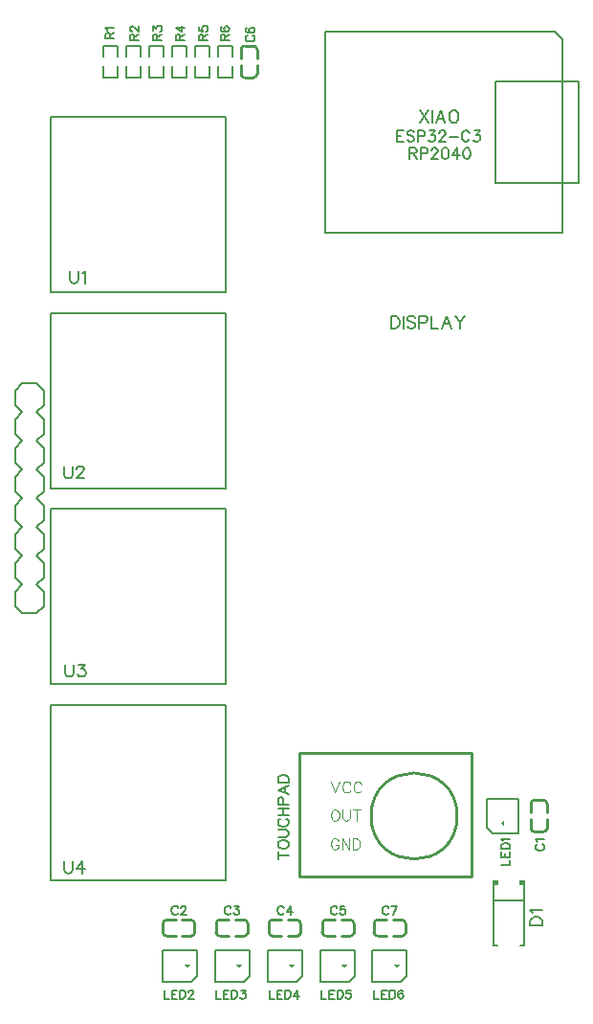
<source format=gto>
G04 Layer: TopSilkscreenLayer*
G04 EasyEDA v6.5.15, 2022-09-14 21:09:58*
G04 b6703ba792d845058589b0d9c50fe8b8,8325645c73b1497a9d20913bdd0b9c8b,10*
G04 Gerber Generator version 0.2*
G04 Scale: 100 percent, Rotated: No, Reflected: No *
G04 Dimensions in millimeters *
G04 leading zeros omitted , absolute positions ,4 integer and 5 decimal *
%FSLAX45Y45*%
%MOMM*%

%ADD10C,0.1520*%
%ADD11C,0.1524*%
%ADD12C,0.1000*%
%ADD13C,0.2032*%
%ADD14C,0.1270*%
%ADD15C,0.2540*%
%ADD16C,0.1500*%
%ADD17C,0.0128*%

%LPD*%
D10*
X3492500Y3250437D02*
G01*
X3492500Y3154934D01*
X3492500Y3250437D02*
G01*
X3551681Y3250437D01*
X3492500Y3204971D02*
G01*
X3528822Y3204971D01*
X3492500Y3154934D02*
G01*
X3551681Y3154934D01*
X3645154Y3236976D02*
G01*
X3636009Y3245865D01*
X3622547Y3250437D01*
X3604259Y3250437D01*
X3590797Y3245865D01*
X3581654Y3236976D01*
X3581654Y3227831D01*
X3586225Y3218687D01*
X3590797Y3214115D01*
X3599688Y3209544D01*
X3627120Y3200400D01*
X3636009Y3196081D01*
X3640581Y3191510D01*
X3645154Y3182365D01*
X3645154Y3168650D01*
X3636009Y3159505D01*
X3622547Y3154934D01*
X3604259Y3154934D01*
X3590797Y3159505D01*
X3581654Y3168650D01*
X3675125Y3250437D02*
G01*
X3675125Y3154934D01*
X3675125Y3250437D02*
G01*
X3716020Y3250437D01*
X3729736Y3245865D01*
X3734308Y3241294D01*
X3738879Y3232404D01*
X3738879Y3218687D01*
X3734308Y3209544D01*
X3729736Y3204971D01*
X3716020Y3200400D01*
X3675125Y3200400D01*
X3777995Y3250437D02*
G01*
X3828034Y3250437D01*
X3800602Y3214115D01*
X3814318Y3214115D01*
X3823461Y3209544D01*
X3828034Y3204971D01*
X3832606Y3191510D01*
X3832606Y3182365D01*
X3828034Y3168650D01*
X3818890Y3159505D01*
X3805174Y3154934D01*
X3791711Y3154934D01*
X3777995Y3159505D01*
X3773424Y3164078D01*
X3768852Y3173221D01*
X3867150Y3227831D02*
G01*
X3867150Y3232404D01*
X3871468Y3241294D01*
X3876040Y3245865D01*
X3885184Y3250437D01*
X3903472Y3250437D01*
X3912615Y3245865D01*
X3916934Y3241294D01*
X3921506Y3232404D01*
X3921506Y3223260D01*
X3916934Y3214115D01*
X3908043Y3200400D01*
X3862577Y3154934D01*
X3926077Y3154934D01*
X3956050Y3196081D02*
G01*
X4037838Y3196081D01*
X4136136Y3227831D02*
G01*
X4131563Y3236976D01*
X4122420Y3245865D01*
X4113529Y3250437D01*
X4095241Y3250437D01*
X4086097Y3245865D01*
X4076954Y3236976D01*
X4072381Y3227831D01*
X4068063Y3214115D01*
X4068063Y3191510D01*
X4072381Y3177794D01*
X4076954Y3168650D01*
X4086097Y3159505D01*
X4095241Y3154934D01*
X4113529Y3154934D01*
X4122420Y3159505D01*
X4131563Y3168650D01*
X4136136Y3177794D01*
X4175252Y3250437D02*
G01*
X4225290Y3250437D01*
X4197858Y3214115D01*
X4211574Y3214115D01*
X4220718Y3209544D01*
X4225290Y3204971D01*
X4229861Y3191510D01*
X4229861Y3182365D01*
X4225290Y3168650D01*
X4216145Y3159505D01*
X4202429Y3154934D01*
X4188968Y3154934D01*
X4175252Y3159505D01*
X4170679Y3164078D01*
X4166108Y3173221D01*
X3606800Y3098037D02*
G01*
X3606800Y3002534D01*
X3606800Y3098037D02*
G01*
X3647693Y3098037D01*
X3661409Y3093465D01*
X3665981Y3088894D01*
X3670554Y3080004D01*
X3670554Y3070860D01*
X3665981Y3061715D01*
X3661409Y3057144D01*
X3647693Y3052571D01*
X3606800Y3052571D01*
X3638550Y3052571D02*
G01*
X3670554Y3002534D01*
X3700525Y3098037D02*
G01*
X3700525Y3002534D01*
X3700525Y3098037D02*
G01*
X3741420Y3098037D01*
X3754881Y3093465D01*
X3759454Y3088894D01*
X3764025Y3080004D01*
X3764025Y3066287D01*
X3759454Y3057144D01*
X3754881Y3052571D01*
X3741420Y3048000D01*
X3700525Y3048000D01*
X3798570Y3075431D02*
G01*
X3798570Y3080004D01*
X3803141Y3088894D01*
X3807713Y3093465D01*
X3816858Y3098037D01*
X3834891Y3098037D01*
X3844036Y3093465D01*
X3848608Y3088894D01*
X3853179Y3080004D01*
X3853179Y3070860D01*
X3848608Y3061715D01*
X3839463Y3048000D01*
X3793997Y3002534D01*
X3857752Y3002534D01*
X3914902Y3098037D02*
G01*
X3901440Y3093465D01*
X3892295Y3080004D01*
X3887724Y3057144D01*
X3887724Y3043681D01*
X3892295Y3020821D01*
X3901440Y3007105D01*
X3914902Y3002534D01*
X3924045Y3002534D01*
X3937761Y3007105D01*
X3946906Y3020821D01*
X3951224Y3043681D01*
X3951224Y3057144D01*
X3946906Y3080004D01*
X3937761Y3093465D01*
X3924045Y3098037D01*
X3914902Y3098037D01*
X4026915Y3098037D02*
G01*
X3981450Y3034537D01*
X4049522Y3034537D01*
X4026915Y3098037D02*
G01*
X4026915Y3002534D01*
X4106925Y3098037D02*
G01*
X4093209Y3093465D01*
X4084065Y3080004D01*
X4079493Y3057144D01*
X4079493Y3043681D01*
X4084065Y3020821D01*
X4093209Y3007105D01*
X4106925Y3002534D01*
X4115815Y3002534D01*
X4129531Y3007105D01*
X4138675Y3020821D01*
X4143247Y3043681D01*
X4143247Y3057144D01*
X4138675Y3080004D01*
X4129531Y3093465D01*
X4115815Y3098037D01*
X4106925Y3098037D01*
D11*
X3441674Y1613915D02*
G01*
X3441674Y1504950D01*
X3441674Y1613915D02*
G01*
X3477996Y1613915D01*
X3493744Y1608836D01*
X3504158Y1598421D01*
X3509238Y1588007D01*
X3514318Y1572260D01*
X3514318Y1546352D01*
X3509238Y1530857D01*
X3504158Y1520444D01*
X3493744Y1510029D01*
X3477996Y1504950D01*
X3441674Y1504950D01*
X3548608Y1613915D02*
G01*
X3548608Y1504950D01*
X3655796Y1598421D02*
G01*
X3645382Y1608836D01*
X3629888Y1613915D01*
X3609060Y1613915D01*
X3593312Y1608836D01*
X3582898Y1598421D01*
X3582898Y1588007D01*
X3588232Y1577594D01*
X3593312Y1572260D01*
X3603726Y1567179D01*
X3634968Y1556765D01*
X3645382Y1551686D01*
X3650462Y1546352D01*
X3655796Y1535937D01*
X3655796Y1520444D01*
X3645382Y1510029D01*
X3629888Y1504950D01*
X3609060Y1504950D01*
X3593312Y1510029D01*
X3582898Y1520444D01*
X3690086Y1613915D02*
G01*
X3690086Y1504950D01*
X3690086Y1613915D02*
G01*
X3736822Y1613915D01*
X3752316Y1608836D01*
X3757650Y1603502D01*
X3762730Y1593087D01*
X3762730Y1577594D01*
X3757650Y1567179D01*
X3752316Y1562100D01*
X3736822Y1556765D01*
X3690086Y1556765D01*
X3797020Y1613915D02*
G01*
X3797020Y1504950D01*
X3797020Y1504950D02*
G01*
X3859504Y1504950D01*
X3935196Y1613915D02*
G01*
X3893794Y1504950D01*
X3935196Y1613915D02*
G01*
X3976852Y1504950D01*
X3909288Y1541271D02*
G01*
X3961358Y1541271D01*
X4011142Y1613915D02*
G01*
X4052798Y1562100D01*
X4052798Y1504950D01*
X4094200Y1613915D02*
G01*
X4052798Y1562100D01*
X1931855Y4051300D02*
G01*
X2008309Y4051300D01*
X1931855Y4051300D02*
G01*
X1931855Y4084065D01*
X1935411Y4094987D01*
X1939221Y4098544D01*
X1946333Y4102100D01*
X1953699Y4102100D01*
X1961065Y4098544D01*
X1964621Y4094987D01*
X1968177Y4084065D01*
X1968177Y4051300D01*
X1968177Y4076700D02*
G01*
X2008309Y4102100D01*
X1942777Y4169918D02*
G01*
X1935411Y4166107D01*
X1931855Y4155186D01*
X1931855Y4148073D01*
X1935411Y4137152D01*
X1946333Y4129786D01*
X1964621Y4126229D01*
X1982909Y4126229D01*
X1997387Y4129786D01*
X2004753Y4137152D01*
X2008309Y4148073D01*
X2008309Y4151629D01*
X2004753Y4162552D01*
X1997387Y4169918D01*
X1986465Y4173473D01*
X1982909Y4173473D01*
X1971987Y4169918D01*
X1964621Y4162552D01*
X1961065Y4151629D01*
X1961065Y4148073D01*
X1964621Y4137152D01*
X1971987Y4129786D01*
X1982909Y4126229D01*
X4672584Y-3771900D02*
G01*
X4781550Y-3771900D01*
X4672584Y-3771900D02*
G01*
X4672584Y-3735578D01*
X4677663Y-3719829D01*
X4688077Y-3709670D01*
X4698491Y-3704336D01*
X4714240Y-3699255D01*
X4740147Y-3699255D01*
X4755641Y-3704336D01*
X4766056Y-3709670D01*
X4776470Y-3719829D01*
X4781550Y-3735578D01*
X4781550Y-3771900D01*
X4693411Y-3664965D02*
G01*
X4688077Y-3654552D01*
X4672584Y-3638804D01*
X4781550Y-3638804D01*
X1740783Y4051300D02*
G01*
X1817237Y4051300D01*
X1740783Y4051300D02*
G01*
X1740783Y4084065D01*
X1744339Y4094987D01*
X1748149Y4098544D01*
X1755261Y4102100D01*
X1762627Y4102100D01*
X1769993Y4098544D01*
X1773549Y4094987D01*
X1777105Y4084065D01*
X1777105Y4051300D01*
X1777105Y4076700D02*
G01*
X1817237Y4102100D01*
X1740783Y4169918D02*
G01*
X1740783Y4133595D01*
X1773549Y4129786D01*
X1769993Y4133595D01*
X1766183Y4144263D01*
X1766183Y4155186D01*
X1769993Y4166107D01*
X1777105Y4173473D01*
X1788027Y4177029D01*
X1795393Y4177029D01*
X1806315Y4173473D01*
X1813681Y4166107D01*
X1817237Y4155186D01*
X1817237Y4144263D01*
X1813681Y4133595D01*
X1809871Y4129786D01*
X1802759Y4126229D01*
X3695700Y3430015D02*
G01*
X3768343Y3321050D01*
X3768343Y3430015D02*
G01*
X3695700Y3321050D01*
X3802634Y3430015D02*
G01*
X3802634Y3321050D01*
X3878579Y3430015D02*
G01*
X3836924Y3321050D01*
X3878579Y3430015D02*
G01*
X3920236Y3321050D01*
X3852672Y3357371D02*
G01*
X3904488Y3357371D01*
X3985513Y3430015D02*
G01*
X3975100Y3424936D01*
X3964940Y3414521D01*
X3959606Y3404107D01*
X3954525Y3388360D01*
X3954525Y3362452D01*
X3959606Y3346957D01*
X3964940Y3336544D01*
X3975100Y3326129D01*
X3985513Y3321050D01*
X4006341Y3321050D01*
X4016756Y3326129D01*
X4027170Y3336544D01*
X4032250Y3346957D01*
X4037584Y3362452D01*
X4037584Y3388360D01*
X4032250Y3404107D01*
X4027170Y3414521D01*
X4016756Y3424936D01*
X4006341Y3430015D01*
X3985513Y3430015D01*
X3420109Y-3620515D02*
G01*
X3416300Y-3613150D01*
X3409188Y-3605784D01*
X3401822Y-3602228D01*
X3387343Y-3602228D01*
X3379977Y-3605784D01*
X3372865Y-3613150D01*
X3369056Y-3620515D01*
X3365500Y-3631437D01*
X3365500Y-3649471D01*
X3369056Y-3660394D01*
X3372865Y-3667760D01*
X3379977Y-3675126D01*
X3387343Y-3678681D01*
X3401822Y-3678681D01*
X3409188Y-3675126D01*
X3416300Y-3667760D01*
X3420109Y-3660394D01*
X3495040Y-3602228D02*
G01*
X3458463Y-3678681D01*
X3443986Y-3602228D02*
G01*
X3495040Y-3602228D01*
X3289300Y-4345178D02*
G01*
X3289300Y-4421631D01*
X3289300Y-4421631D02*
G01*
X3332988Y-4421631D01*
X3356863Y-4345178D02*
G01*
X3356863Y-4421631D01*
X3356863Y-4345178D02*
G01*
X3404108Y-4345178D01*
X3356863Y-4381500D02*
G01*
X3386074Y-4381500D01*
X3356863Y-4421631D02*
G01*
X3404108Y-4421631D01*
X3428238Y-4345178D02*
G01*
X3428238Y-4421631D01*
X3428238Y-4345178D02*
G01*
X3453638Y-4345178D01*
X3464559Y-4348734D01*
X3471925Y-4356100D01*
X3475481Y-4363465D01*
X3479038Y-4374387D01*
X3479038Y-4392421D01*
X3475481Y-4403344D01*
X3471925Y-4410710D01*
X3464559Y-4418076D01*
X3453638Y-4421631D01*
X3428238Y-4421631D01*
X3546856Y-4356100D02*
G01*
X3543045Y-4348734D01*
X3532124Y-4345178D01*
X3525011Y-4345178D01*
X3514090Y-4348734D01*
X3506724Y-4359655D01*
X3503168Y-4377944D01*
X3503168Y-4396231D01*
X3506724Y-4410710D01*
X3514090Y-4418076D01*
X3525011Y-4421631D01*
X3528568Y-4421631D01*
X3539490Y-4418076D01*
X3546856Y-4410710D01*
X3550411Y-4399787D01*
X3550411Y-4396231D01*
X3546856Y-4385310D01*
X3539490Y-4377944D01*
X3528568Y-4374387D01*
X3525011Y-4374387D01*
X3514090Y-4377944D01*
X3506724Y-4385310D01*
X3503168Y-4396231D01*
X558800Y-1465834D02*
G01*
X558800Y-1543812D01*
X563879Y-1559305D01*
X574294Y-1569720D01*
X590042Y-1575054D01*
X600455Y-1575054D01*
X615950Y-1569720D01*
X626363Y-1559305D01*
X631444Y-1543812D01*
X631444Y-1465834D01*
X676147Y-1465834D02*
G01*
X733297Y-1465834D01*
X702310Y-1507489D01*
X717804Y-1507489D01*
X728218Y-1512570D01*
X733297Y-1517904D01*
X738631Y-1533397D01*
X738631Y-1543812D01*
X733297Y-1559305D01*
X722884Y-1569720D01*
X707389Y-1575054D01*
X691895Y-1575054D01*
X676147Y-1569720D01*
X671068Y-1564639D01*
X665734Y-1554226D01*
X2172715Y4093210D02*
G01*
X2165350Y4089400D01*
X2157984Y4082287D01*
X2154427Y4074921D01*
X2154427Y4060444D01*
X2157984Y4053078D01*
X2165350Y4045965D01*
X2172715Y4042155D01*
X2183638Y4038600D01*
X2201672Y4038600D01*
X2212593Y4042155D01*
X2219959Y4045965D01*
X2227325Y4053078D01*
X2230881Y4060444D01*
X2230881Y4074921D01*
X2227325Y4082287D01*
X2219959Y4089400D01*
X2212593Y4093210D01*
X2165350Y4160773D02*
G01*
X2157984Y4157218D01*
X2154427Y4146295D01*
X2154427Y4138929D01*
X2157984Y4128007D01*
X2168906Y4120895D01*
X2187193Y4117086D01*
X2205481Y4117086D01*
X2219959Y4120895D01*
X2227325Y4128007D01*
X2230881Y4138929D01*
X2230881Y4142486D01*
X2227325Y4153407D01*
X2219959Y4160773D01*
X2209038Y4164329D01*
X2205481Y4164329D01*
X2194559Y4160773D01*
X2187193Y4153407D01*
X2183638Y4142486D01*
X2183638Y4138929D01*
X2187193Y4128007D01*
X2194559Y4120895D01*
X2205481Y4117086D01*
X4738115Y-3057055D02*
G01*
X4730750Y-3060611D01*
X4723384Y-3067977D01*
X4719827Y-3075089D01*
X4719827Y-3089567D01*
X4723384Y-3096933D01*
X4730750Y-3104299D01*
X4738115Y-3107855D01*
X4749038Y-3111411D01*
X4767072Y-3111411D01*
X4777993Y-3107855D01*
X4785359Y-3104299D01*
X4792725Y-3096933D01*
X4796281Y-3089567D01*
X4796281Y-3075089D01*
X4792725Y-3067977D01*
X4785359Y-3060611D01*
X4777993Y-3057055D01*
X4734306Y-3032925D02*
G01*
X4730750Y-3025559D01*
X4719827Y-3014891D01*
X4796281Y-3014891D01*
X1553171Y-3620515D02*
G01*
X1549615Y-3613150D01*
X1542249Y-3605784D01*
X1534883Y-3602228D01*
X1520405Y-3602228D01*
X1513039Y-3605784D01*
X1505927Y-3613150D01*
X1502117Y-3620515D01*
X1498561Y-3631437D01*
X1498561Y-3649471D01*
X1502117Y-3660394D01*
X1505927Y-3667760D01*
X1513039Y-3675126D01*
X1520405Y-3678681D01*
X1534883Y-3678681D01*
X1542249Y-3675126D01*
X1549615Y-3667760D01*
X1553171Y-3660394D01*
X1580857Y-3620515D02*
G01*
X1580857Y-3616705D01*
X1584413Y-3609594D01*
X1587969Y-3605784D01*
X1595335Y-3602228D01*
X1609813Y-3602228D01*
X1617179Y-3605784D01*
X1620735Y-3609594D01*
X1624291Y-3616705D01*
X1624291Y-3624071D01*
X1620735Y-3631437D01*
X1613623Y-3642360D01*
X1577047Y-3678681D01*
X1628101Y-3678681D01*
X2022944Y-3620515D02*
G01*
X2019388Y-3613150D01*
X2012022Y-3605784D01*
X2004910Y-3602228D01*
X1990432Y-3602228D01*
X1983066Y-3605784D01*
X1975700Y-3613150D01*
X1972144Y-3620515D01*
X1968588Y-3631437D01*
X1968588Y-3649471D01*
X1972144Y-3660394D01*
X1975700Y-3667760D01*
X1983066Y-3675126D01*
X1990432Y-3678681D01*
X2004910Y-3678681D01*
X2012022Y-3675126D01*
X2019388Y-3667760D01*
X2022944Y-3660394D01*
X2054440Y-3602228D02*
G01*
X2094318Y-3602228D01*
X2072474Y-3631437D01*
X2083396Y-3631437D01*
X2090762Y-3634994D01*
X2094318Y-3638550D01*
X2097874Y-3649471D01*
X2097874Y-3656837D01*
X2094318Y-3667760D01*
X2086952Y-3675126D01*
X2076030Y-3678681D01*
X2065108Y-3678681D01*
X2054440Y-3675126D01*
X2050630Y-3671315D01*
X2047074Y-3664204D01*
X2491066Y-3620515D02*
G01*
X2487510Y-3613150D01*
X2480144Y-3605784D01*
X2472778Y-3602228D01*
X2458300Y-3602228D01*
X2450934Y-3605784D01*
X2443822Y-3613150D01*
X2440012Y-3620515D01*
X2436456Y-3631437D01*
X2436456Y-3649471D01*
X2440012Y-3660394D01*
X2443822Y-3667760D01*
X2450934Y-3675126D01*
X2458300Y-3678681D01*
X2472778Y-3678681D01*
X2480144Y-3675126D01*
X2487510Y-3667760D01*
X2491066Y-3660394D01*
X2551518Y-3602228D02*
G01*
X2514942Y-3653281D01*
X2569552Y-3653281D01*
X2551518Y-3602228D02*
G01*
X2551518Y-3678681D01*
X2962744Y-3620515D02*
G01*
X2959188Y-3613150D01*
X2951822Y-3605784D01*
X2944710Y-3602228D01*
X2930232Y-3602228D01*
X2922866Y-3605784D01*
X2915500Y-3613150D01*
X2911944Y-3620515D01*
X2908388Y-3631437D01*
X2908388Y-3649471D01*
X2911944Y-3660394D01*
X2915500Y-3667760D01*
X2922866Y-3675126D01*
X2930232Y-3678681D01*
X2944710Y-3678681D01*
X2951822Y-3675126D01*
X2959188Y-3667760D01*
X2962744Y-3660394D01*
X3030562Y-3602228D02*
G01*
X2994240Y-3602228D01*
X2990430Y-3634994D01*
X2994240Y-3631437D01*
X3004908Y-3627628D01*
X3015830Y-3627628D01*
X3026752Y-3631437D01*
X3034118Y-3638550D01*
X3037674Y-3649471D01*
X3037674Y-3656837D01*
X3034118Y-3667760D01*
X3026752Y-3675126D01*
X3015830Y-3678681D01*
X3004908Y-3678681D01*
X2994240Y-3675126D01*
X2990430Y-3671315D01*
X2986874Y-3664204D01*
X4415027Y-3238500D02*
G01*
X4491481Y-3238500D01*
X4491481Y-3238500D02*
G01*
X4491481Y-3194812D01*
X4415027Y-3170936D02*
G01*
X4491481Y-3170936D01*
X4415027Y-3170936D02*
G01*
X4415027Y-3123692D01*
X4451350Y-3170936D02*
G01*
X4451350Y-3141726D01*
X4491481Y-3170936D02*
G01*
X4491481Y-3123692D01*
X4415027Y-3099562D02*
G01*
X4491481Y-3099562D01*
X4415027Y-3099562D02*
G01*
X4415027Y-3074162D01*
X4418584Y-3063239D01*
X4425950Y-3055873D01*
X4433315Y-3052318D01*
X4444238Y-3048762D01*
X4462272Y-3048762D01*
X4473193Y-3052318D01*
X4480559Y-3055873D01*
X4487925Y-3063239D01*
X4491481Y-3074162D01*
X4491481Y-3099562D01*
X4429506Y-3024631D02*
G01*
X4425950Y-3017520D01*
X4415027Y-3006597D01*
X4491481Y-3006597D01*
X1432052Y-4345178D02*
G01*
X1432052Y-4421631D01*
X1432052Y-4421631D02*
G01*
X1475486Y-4421631D01*
X1499615Y-4345178D02*
G01*
X1499615Y-4421631D01*
X1499615Y-4345178D02*
G01*
X1546860Y-4345178D01*
X1499615Y-4381500D02*
G01*
X1528571Y-4381500D01*
X1499615Y-4421631D02*
G01*
X1546860Y-4421631D01*
X1570736Y-4345178D02*
G01*
X1570736Y-4421631D01*
X1570736Y-4345178D02*
G01*
X1596389Y-4345178D01*
X1607312Y-4348734D01*
X1614423Y-4356100D01*
X1617979Y-4363465D01*
X1621789Y-4374387D01*
X1621789Y-4392421D01*
X1617979Y-4403344D01*
X1614423Y-4410710D01*
X1607312Y-4418076D01*
X1596389Y-4421631D01*
X1570736Y-4421631D01*
X1649476Y-4363465D02*
G01*
X1649476Y-4359655D01*
X1653031Y-4352544D01*
X1656587Y-4348734D01*
X1663954Y-4345178D01*
X1678431Y-4345178D01*
X1685797Y-4348734D01*
X1689354Y-4352544D01*
X1692910Y-4359655D01*
X1692910Y-4367021D01*
X1689354Y-4374387D01*
X1681987Y-4385310D01*
X1645665Y-4421631D01*
X1696720Y-4421631D01*
X1889920Y-4345178D02*
G01*
X1889920Y-4421631D01*
X1889920Y-4421631D02*
G01*
X1933608Y-4421631D01*
X1957484Y-4345178D02*
G01*
X1957484Y-4421631D01*
X1957484Y-4345178D02*
G01*
X2004728Y-4345178D01*
X1957484Y-4381500D02*
G01*
X1986694Y-4381500D01*
X1957484Y-4421631D02*
G01*
X2004728Y-4421631D01*
X2028858Y-4345178D02*
G01*
X2028858Y-4421631D01*
X2028858Y-4345178D02*
G01*
X2054258Y-4345178D01*
X2065180Y-4348734D01*
X2072543Y-4356100D01*
X2076102Y-4363465D01*
X2079658Y-4374387D01*
X2079658Y-4392421D01*
X2076102Y-4403344D01*
X2072543Y-4410710D01*
X2065180Y-4418076D01*
X2054258Y-4421631D01*
X2028858Y-4421631D01*
X2110900Y-4345178D02*
G01*
X2151032Y-4345178D01*
X2129188Y-4374387D01*
X2140110Y-4374387D01*
X2147476Y-4377944D01*
X2151032Y-4381500D01*
X2154588Y-4392421D01*
X2154588Y-4399787D01*
X2151032Y-4410710D01*
X2143666Y-4418076D01*
X2132744Y-4421631D01*
X2121822Y-4421631D01*
X2110900Y-4418076D01*
X2107344Y-4414265D01*
X2103788Y-4407154D01*
X2363787Y-4345178D02*
G01*
X2363787Y-4421631D01*
X2363787Y-4421631D02*
G01*
X2407475Y-4421631D01*
X2431351Y-4345178D02*
G01*
X2431351Y-4421631D01*
X2431351Y-4345178D02*
G01*
X2478595Y-4345178D01*
X2431351Y-4381500D02*
G01*
X2460561Y-4381500D01*
X2431351Y-4421631D02*
G01*
X2478595Y-4421631D01*
X2502725Y-4345178D02*
G01*
X2502725Y-4421631D01*
X2502725Y-4345178D02*
G01*
X2528125Y-4345178D01*
X2539047Y-4348734D01*
X2546413Y-4356100D01*
X2549969Y-4363465D01*
X2553525Y-4374387D01*
X2553525Y-4392421D01*
X2549969Y-4403344D01*
X2546413Y-4410710D01*
X2539047Y-4418076D01*
X2528125Y-4421631D01*
X2502725Y-4421631D01*
X2613977Y-4345178D02*
G01*
X2577655Y-4396231D01*
X2632265Y-4396231D01*
X2613977Y-4345178D02*
G01*
X2613977Y-4421631D01*
X2824957Y-4345178D02*
G01*
X2824957Y-4421631D01*
X2824957Y-4421631D02*
G01*
X2868645Y-4421631D01*
X2892521Y-4345178D02*
G01*
X2892521Y-4421631D01*
X2892521Y-4345178D02*
G01*
X2939765Y-4345178D01*
X2892521Y-4381500D02*
G01*
X2921731Y-4381500D01*
X2892521Y-4421631D02*
G01*
X2939765Y-4421631D01*
X2963895Y-4345178D02*
G01*
X2963895Y-4421631D01*
X2963895Y-4345178D02*
G01*
X2989295Y-4345178D01*
X3000217Y-4348734D01*
X3007580Y-4356100D01*
X3011139Y-4363465D01*
X3014695Y-4374387D01*
X3014695Y-4392421D01*
X3011139Y-4403344D01*
X3007580Y-4410710D01*
X3000217Y-4418076D01*
X2989295Y-4421631D01*
X2963895Y-4421631D01*
X3082513Y-4345178D02*
G01*
X3045937Y-4345178D01*
X3042381Y-4377944D01*
X3045937Y-4374387D01*
X3056859Y-4370578D01*
X3067781Y-4370578D01*
X3078703Y-4374387D01*
X3086069Y-4381500D01*
X3089625Y-4392421D01*
X3089625Y-4399787D01*
X3086069Y-4410710D01*
X3078703Y-4418076D01*
X3067781Y-4421631D01*
X3056859Y-4421631D01*
X3045937Y-4418076D01*
X3042381Y-4414265D01*
X3038825Y-4407154D01*
X913003Y4064000D02*
G01*
X989456Y4064000D01*
X913003Y4064000D02*
G01*
X913003Y4096765D01*
X916559Y4107687D01*
X920369Y4111244D01*
X927480Y4114800D01*
X934846Y4114800D01*
X942212Y4111244D01*
X945769Y4107687D01*
X949325Y4096765D01*
X949325Y4064000D01*
X949325Y4089400D02*
G01*
X989456Y4114800D01*
X927480Y4138929D02*
G01*
X923925Y4146295D01*
X913003Y4156963D01*
X989456Y4156963D01*
X1129474Y4051427D02*
G01*
X1205928Y4051427D01*
X1129474Y4051427D02*
G01*
X1129474Y4083938D01*
X1133030Y4094861D01*
X1136840Y4098670D01*
X1143952Y4102227D01*
X1151318Y4102227D01*
X1158684Y4098670D01*
X1162240Y4094861D01*
X1165796Y4083938D01*
X1165796Y4051427D01*
X1165796Y4076827D02*
G01*
X1205928Y4102227D01*
X1147762Y4129912D02*
G01*
X1143952Y4129912D01*
X1136840Y4133469D01*
X1133030Y4137025D01*
X1129474Y4144390D01*
X1129474Y4158869D01*
X1133030Y4166235D01*
X1136840Y4169790D01*
X1143952Y4173601D01*
X1151318Y4173601D01*
X1158684Y4169790D01*
X1169606Y4162679D01*
X1205928Y4126103D01*
X1205928Y4177156D01*
X1333243Y4051300D02*
G01*
X1409697Y4051300D01*
X1333243Y4051300D02*
G01*
X1333243Y4084065D01*
X1336799Y4094987D01*
X1340609Y4098544D01*
X1347721Y4102100D01*
X1355087Y4102100D01*
X1362453Y4098544D01*
X1366009Y4094987D01*
X1369565Y4084065D01*
X1369565Y4051300D01*
X1369565Y4076700D02*
G01*
X1409697Y4102100D01*
X1333243Y4133595D02*
G01*
X1333243Y4173473D01*
X1362453Y4151629D01*
X1362453Y4162552D01*
X1366009Y4169918D01*
X1369565Y4173473D01*
X1380487Y4177029D01*
X1387853Y4177029D01*
X1398775Y4173473D01*
X1406141Y4166107D01*
X1409697Y4155186D01*
X1409697Y4144263D01*
X1406141Y4133595D01*
X1402331Y4129786D01*
X1395219Y4126229D01*
X1537014Y4051427D02*
G01*
X1613468Y4051427D01*
X1537014Y4051427D02*
G01*
X1537014Y4083938D01*
X1540570Y4094861D01*
X1544380Y4098670D01*
X1551492Y4102227D01*
X1558858Y4102227D01*
X1566224Y4098670D01*
X1569780Y4094861D01*
X1573336Y4083938D01*
X1573336Y4051427D01*
X1573336Y4076827D02*
G01*
X1613468Y4102227D01*
X1537014Y4162679D02*
G01*
X1588068Y4126103D01*
X1588068Y4180712D01*
X1537014Y4162679D02*
G01*
X1613468Y4162679D01*
X596900Y2010918D02*
G01*
X596900Y1932939D01*
X601979Y1917445D01*
X612394Y1907031D01*
X628142Y1901697D01*
X638555Y1901697D01*
X654050Y1907031D01*
X664463Y1917445D01*
X669544Y1932939D01*
X669544Y2010918D01*
X703834Y1990089D02*
G01*
X714247Y1995170D01*
X729995Y2010918D01*
X729995Y1901697D01*
X546100Y286765D02*
G01*
X546100Y208787D01*
X551179Y193294D01*
X561594Y182879D01*
X577342Y177800D01*
X587755Y177800D01*
X603250Y182879D01*
X613663Y193294D01*
X618744Y208787D01*
X618744Y286765D01*
X658368Y260857D02*
G01*
X658368Y265937D01*
X663447Y276352D01*
X668781Y281686D01*
X679195Y286765D01*
X699770Y286765D01*
X710184Y281686D01*
X715518Y276352D01*
X720597Y265937D01*
X720597Y255523D01*
X715518Y245363D01*
X705104Y229615D01*
X653034Y177800D01*
X725931Y177800D01*
X546100Y-3202686D02*
G01*
X546100Y-3280410D01*
X551179Y-3296157D01*
X561594Y-3306571D01*
X577342Y-3311652D01*
X587755Y-3311652D01*
X603250Y-3306571D01*
X613663Y-3296157D01*
X618744Y-3280410D01*
X618744Y-3202686D01*
X705104Y-3202686D02*
G01*
X653034Y-3275329D01*
X731012Y-3275329D01*
X705104Y-3202686D02*
G01*
X705104Y-3311652D01*
D12*
X2908300Y-2501900D02*
G01*
X2944622Y-2597404D01*
X2980943Y-2501900D02*
G01*
X2944622Y-2597404D01*
X3079241Y-2524760D02*
G01*
X3074670Y-2515615D01*
X3065525Y-2506471D01*
X3056381Y-2501900D01*
X3038347Y-2501900D01*
X3029204Y-2506471D01*
X3020059Y-2515615D01*
X3015488Y-2524760D01*
X3010915Y-2538221D01*
X3010915Y-2561081D01*
X3015488Y-2574797D01*
X3020059Y-2583687D01*
X3029204Y-2592831D01*
X3038347Y-2597404D01*
X3056381Y-2597404D01*
X3065525Y-2592831D01*
X3074670Y-2583687D01*
X3079241Y-2574797D01*
X3177286Y-2524760D02*
G01*
X3172968Y-2515615D01*
X3163824Y-2506471D01*
X3154679Y-2501900D01*
X3136391Y-2501900D01*
X3127502Y-2506471D01*
X3118358Y-2515615D01*
X3113786Y-2524760D01*
X3109213Y-2538221D01*
X3109213Y-2561081D01*
X3113786Y-2574797D01*
X3118358Y-2583687D01*
X3127502Y-2592831D01*
X3136391Y-2597404D01*
X3154679Y-2597404D01*
X3163824Y-2592831D01*
X3172968Y-2583687D01*
X3177286Y-2574797D01*
X2935477Y-2752089D02*
G01*
X2926588Y-2756662D01*
X2917443Y-2765805D01*
X2912872Y-2774950D01*
X2908300Y-2788412D01*
X2908300Y-2811271D01*
X2912872Y-2824987D01*
X2917443Y-2833878D01*
X2926588Y-2843021D01*
X2935477Y-2847594D01*
X2953765Y-2847594D01*
X2962909Y-2843021D01*
X2972054Y-2833878D01*
X2976372Y-2824987D01*
X2980943Y-2811271D01*
X2980943Y-2788412D01*
X2976372Y-2774950D01*
X2972054Y-2765805D01*
X2962909Y-2756662D01*
X2953765Y-2752089D01*
X2935477Y-2752089D01*
X3010915Y-2752089D02*
G01*
X3010915Y-2820415D01*
X3015488Y-2833878D01*
X3024631Y-2843021D01*
X3038347Y-2847594D01*
X3047491Y-2847594D01*
X3060954Y-2843021D01*
X3070097Y-2833878D01*
X3074670Y-2820415D01*
X3074670Y-2752089D01*
X3136391Y-2752089D02*
G01*
X3136391Y-2847594D01*
X3104641Y-2752089D02*
G01*
X3168395Y-2752089D01*
X2976372Y-3028950D02*
G01*
X2972054Y-3019805D01*
X2962909Y-3010662D01*
X2953765Y-3006089D01*
X2935477Y-3006089D01*
X2926588Y-3010662D01*
X2917443Y-3019805D01*
X2912872Y-3028950D01*
X2908300Y-3042412D01*
X2908300Y-3065271D01*
X2912872Y-3078987D01*
X2917443Y-3087878D01*
X2926588Y-3097021D01*
X2935477Y-3101594D01*
X2953765Y-3101594D01*
X2962909Y-3097021D01*
X2972054Y-3087878D01*
X2976372Y-3078987D01*
X2976372Y-3065271D01*
X2953765Y-3065271D02*
G01*
X2976372Y-3065271D01*
X3006597Y-3006089D02*
G01*
X3006597Y-3101594D01*
X3006597Y-3006089D02*
G01*
X3070097Y-3101594D01*
X3070097Y-3006089D02*
G01*
X3070097Y-3101594D01*
X3100070Y-3006089D02*
G01*
X3100070Y-3101594D01*
X3100070Y-3006089D02*
G01*
X3131820Y-3006089D01*
X3145536Y-3010662D01*
X3154679Y-3019805D01*
X3159252Y-3028950D01*
X3163824Y-3042412D01*
X3163824Y-3065271D01*
X3159252Y-3078987D01*
X3154679Y-3087878D01*
X3145536Y-3097021D01*
X3131820Y-3101594D01*
X3100070Y-3101594D01*
D11*
X2439161Y-3155950D02*
G01*
X2534665Y-3155950D01*
X2439161Y-3187700D02*
G01*
X2439161Y-3123945D01*
X2439161Y-3066795D02*
G01*
X2443734Y-3075939D01*
X2452624Y-3085084D01*
X2461768Y-3089402D01*
X2475484Y-3093973D01*
X2498090Y-3093973D01*
X2511806Y-3089402D01*
X2520950Y-3085084D01*
X2530093Y-3075939D01*
X2534665Y-3066795D01*
X2534665Y-3048507D01*
X2530093Y-3039618D01*
X2520950Y-3030473D01*
X2511806Y-3025902D01*
X2498090Y-3021329D01*
X2475484Y-3021329D01*
X2461768Y-3025902D01*
X2452624Y-3030473D01*
X2443734Y-3039618D01*
X2439161Y-3048507D01*
X2439161Y-3066795D01*
X2439161Y-2991357D02*
G01*
X2507234Y-2991357D01*
X2520950Y-2986786D01*
X2530093Y-2977642D01*
X2534665Y-2964179D01*
X2534665Y-2955036D01*
X2530093Y-2941320D01*
X2520950Y-2932176D01*
X2507234Y-2927604D01*
X2439161Y-2927604D01*
X2461768Y-2829560D02*
G01*
X2452624Y-2834131D01*
X2443734Y-2843276D01*
X2439161Y-2852165D01*
X2439161Y-2870454D01*
X2443734Y-2879597D01*
X2452624Y-2888487D01*
X2461768Y-2893060D01*
X2475484Y-2897631D01*
X2498090Y-2897631D01*
X2511806Y-2893060D01*
X2520950Y-2888487D01*
X2530093Y-2879597D01*
X2534665Y-2870454D01*
X2534665Y-2852165D01*
X2530093Y-2843276D01*
X2520950Y-2834131D01*
X2511806Y-2829560D01*
X2439161Y-2799587D02*
G01*
X2534665Y-2799587D01*
X2439161Y-2735834D02*
G01*
X2534665Y-2735834D01*
X2484627Y-2799587D02*
G01*
X2484627Y-2735834D01*
X2439161Y-2705862D02*
G01*
X2534665Y-2705862D01*
X2439161Y-2705862D02*
G01*
X2439161Y-2664968D01*
X2443734Y-2651252D01*
X2448306Y-2646679D01*
X2457195Y-2642362D01*
X2470911Y-2642362D01*
X2480056Y-2646679D01*
X2484627Y-2651252D01*
X2489200Y-2664968D01*
X2489200Y-2705862D01*
X2439161Y-2575813D02*
G01*
X2534665Y-2612136D01*
X2439161Y-2575813D02*
G01*
X2534665Y-2539492D01*
X2502661Y-2598673D02*
G01*
X2502661Y-2553207D01*
X2439161Y-2509520D02*
G01*
X2534665Y-2509520D01*
X2439161Y-2509520D02*
G01*
X2439161Y-2477770D01*
X2443734Y-2464054D01*
X2452624Y-2454910D01*
X2461768Y-2450337D01*
X2475484Y-2445765D01*
X2498090Y-2445765D01*
X2511806Y-2450337D01*
X2520950Y-2454910D01*
X2530093Y-2464054D01*
X2534665Y-2477770D01*
X2534665Y-2509520D01*
G36*
X4579315Y-3374796D02*
G01*
X4579315Y-3420516D01*
X4627067Y-3420516D01*
X4627067Y-3374796D01*
G37*
G36*
X4339132Y-3374796D02*
G01*
X4339132Y-3420516D01*
X4386834Y-3420516D01*
X4386834Y-3374796D01*
G37*
G36*
X3467100Y-4121150D02*
G01*
X3492500Y-4146550D01*
X3517900Y-4121150D01*
G37*
G36*
X4445000Y-2844800D02*
G01*
X4419600Y-2870200D01*
X4445000Y-2895600D01*
G37*
G36*
X1609750Y-4121150D02*
G01*
X1635150Y-4146550D01*
X1660550Y-4121150D01*
G37*
G36*
X2074062Y-4121150D02*
G01*
X2099462Y-4146550D01*
X2124862Y-4121150D01*
G37*
G36*
X2538425Y-4121150D02*
G01*
X2563825Y-4146550D01*
X2589225Y-4121150D01*
G37*
G36*
X3002737Y-4121150D02*
G01*
X3028137Y-4146550D01*
X3053537Y-4121150D01*
G37*
D13*
X114300Y-698500D02*
G01*
X114300Y-571500D01*
X177800Y-508000D01*
X114300Y-444500D01*
X114300Y-317500D01*
X177800Y-254000D01*
X114300Y-190500D01*
X114300Y-63500D01*
X177800Y0D01*
X114300Y63500D01*
X114300Y190500D01*
X177800Y254000D01*
X114300Y317500D01*
X114300Y444500D01*
X177800Y508000D01*
X114300Y571500D01*
X114300Y698500D01*
X177800Y762000D01*
X114300Y825500D01*
X114300Y952500D01*
X177800Y1016000D01*
X304800Y1016000D01*
X368300Y952500D01*
X368300Y825500D01*
X304800Y762000D01*
X368300Y698500D01*
X368300Y571500D01*
X304800Y508000D01*
X368300Y444500D01*
X368300Y317500D01*
X304800Y254000D01*
X368300Y190500D01*
X368300Y63500D01*
X304800Y0D01*
X368300Y-63500D01*
X368300Y-190500D01*
X304800Y-254000D01*
X368300Y-317500D01*
X368300Y-444500D01*
X304800Y-508000D01*
X368300Y-571500D01*
X368300Y-698500D01*
X304800Y-762000D01*
X368300Y-825500D01*
X368300Y-952500D01*
X304800Y-1016000D01*
X177800Y-1016000D01*
X114300Y-952500D01*
X114300Y-825500D01*
X177800Y-762000D01*
X114300Y-698500D01*
D11*
X2040587Y3903421D02*
G01*
X2040587Y3999308D01*
X1908467Y3999308D01*
X1908467Y3903421D01*
X2040587Y3818178D02*
G01*
X2040587Y3722291D01*
X1908467Y3722291D01*
X1908467Y3818178D01*
X4619467Y-3412886D02*
G01*
X4619467Y-3953118D01*
X4346727Y-3412886D02*
G01*
X4346727Y-3953118D01*
X4619467Y-3549106D02*
G01*
X4346727Y-3549106D01*
X4619467Y-3953118D02*
G01*
X4584418Y-3953118D01*
X4346727Y-3953118D02*
G01*
X4381776Y-3953118D01*
X1836816Y3903421D02*
G01*
X1836816Y3999308D01*
X1704695Y3999308D01*
X1704695Y3903421D01*
X1836816Y3818178D02*
G01*
X1836816Y3722291D01*
X1704695Y3722291D01*
X1704695Y3818178D01*
D14*
X2857500Y4127500D02*
G01*
X2857500Y2347493D01*
X4957495Y2347493D01*
X4957495Y4060342D01*
X4890338Y4127500D01*
X2857500Y4127500D01*
X5099888Y3687495D02*
G01*
X5099888Y2788005D01*
X4364685Y2788005D01*
X4364685Y3687902D01*
X5099989Y3687902D01*
D15*
X3400132Y-3867099D02*
G01*
X3320130Y-3867099D01*
X3289150Y-3756118D02*
G01*
X3289150Y-3836118D01*
X3400132Y-3725136D02*
G01*
X3320130Y-3725136D01*
X3457722Y-3867683D02*
G01*
X3537717Y-3867683D01*
X3457722Y-3725720D02*
G01*
X3537717Y-3725720D01*
X3568700Y-3756700D02*
G01*
X3568700Y-3836703D01*
D16*
X3276600Y-3994150D02*
G01*
X3581400Y-3994150D01*
X3581400Y-4222750D01*
X3530600Y-4273550D01*
X3276600Y-4273550D01*
X3276600Y-3994150D01*
D14*
X1974595Y-1641347D02*
G01*
X425195Y-1641347D01*
X425195Y-91947D01*
X1974595Y-91947D01*
X1974595Y-1641347D01*
D15*
X2254199Y3831932D02*
G01*
X2254199Y3751930D01*
X2143218Y3720950D02*
G01*
X2223218Y3720950D01*
X2112236Y3831932D02*
G01*
X2112236Y3751930D01*
X2254783Y3889522D02*
G01*
X2254783Y3969517D01*
X2112820Y3889522D02*
G01*
X2112820Y3969517D01*
X2143800Y4000500D02*
G01*
X2223803Y4000500D01*
X4680000Y-2777832D02*
G01*
X4680000Y-2697830D01*
X4790981Y-2666850D02*
G01*
X4710981Y-2666850D01*
X4821963Y-2777832D02*
G01*
X4821963Y-2697830D01*
X4679416Y-2835422D02*
G01*
X4679416Y-2915417D01*
X4821379Y-2835422D02*
G01*
X4821379Y-2915417D01*
X4790399Y-2946400D02*
G01*
X4710396Y-2946400D01*
X1533232Y-3867099D02*
G01*
X1453230Y-3867099D01*
X1422250Y-3756118D02*
G01*
X1422250Y-3836118D01*
X1533232Y-3725136D02*
G01*
X1453230Y-3725136D01*
X1590822Y-3867683D02*
G01*
X1670817Y-3867683D01*
X1590822Y-3725720D02*
G01*
X1670817Y-3725720D01*
X1701800Y-3756700D02*
G01*
X1701800Y-3836703D01*
X2003132Y-3867099D02*
G01*
X1923130Y-3867099D01*
X1892150Y-3756118D02*
G01*
X1892150Y-3836118D01*
X2003132Y-3725136D02*
G01*
X1923130Y-3725136D01*
X2060722Y-3867683D02*
G01*
X2140717Y-3867683D01*
X2060722Y-3725720D02*
G01*
X2140717Y-3725720D01*
X2171700Y-3756700D02*
G01*
X2171700Y-3836703D01*
X2471127Y-3867099D02*
G01*
X2391125Y-3867099D01*
X2360145Y-3756118D02*
G01*
X2360145Y-3836118D01*
X2471127Y-3725136D02*
G01*
X2391125Y-3725136D01*
X2528717Y-3867683D02*
G01*
X2608712Y-3867683D01*
X2528717Y-3725720D02*
G01*
X2608712Y-3725720D01*
X2639695Y-3756700D02*
G01*
X2639695Y-3836703D01*
X2942932Y-3867099D02*
G01*
X2862930Y-3867099D01*
X2831950Y-3756118D02*
G01*
X2831950Y-3836118D01*
X2942932Y-3725136D02*
G01*
X2862930Y-3725136D01*
X3000522Y-3867683D02*
G01*
X3080517Y-3867683D01*
X3000522Y-3725720D02*
G01*
X3080517Y-3725720D01*
X3111500Y-3756700D02*
G01*
X3111500Y-3836703D01*
D16*
X4572000Y-2654300D02*
G01*
X4572000Y-2959100D01*
X4343400Y-2959100D01*
X4292600Y-2908300D01*
X4292600Y-2654300D01*
X4572000Y-2654300D01*
X1419225Y-3994150D02*
G01*
X1724025Y-3994150D01*
X1724025Y-4222750D01*
X1673225Y-4273550D01*
X1419225Y-4273550D01*
X1419225Y-3994150D01*
X1883570Y-3994150D02*
G01*
X2188370Y-3994150D01*
X2188370Y-4222750D01*
X2137570Y-4273550D01*
X1883570Y-4273550D01*
X1883570Y-3994150D01*
X2347912Y-3994150D02*
G01*
X2652712Y-3994150D01*
X2652712Y-4222750D01*
X2601912Y-4273550D01*
X2347912Y-4273550D01*
X2347912Y-3994150D01*
X2812257Y-3994150D02*
G01*
X3117057Y-3994150D01*
X3117057Y-4222750D01*
X3066257Y-4273550D01*
X2812257Y-4273550D01*
X2812257Y-3994150D01*
D11*
X1021735Y3903421D02*
G01*
X1021735Y3999308D01*
X889614Y3999308D01*
X889614Y3903421D01*
X1021735Y3818178D02*
G01*
X1021735Y3722291D01*
X889614Y3722291D01*
X889614Y3818178D01*
X1225506Y3903421D02*
G01*
X1225506Y3999308D01*
X1093386Y3999308D01*
X1093386Y3903421D01*
X1225506Y3818178D02*
G01*
X1225506Y3722291D01*
X1093386Y3722291D01*
X1093386Y3818178D01*
X1429275Y3903421D02*
G01*
X1429275Y3999308D01*
X1297155Y3999308D01*
X1297155Y3903421D01*
X1429275Y3818178D02*
G01*
X1429275Y3722291D01*
X1297155Y3722291D01*
X1297155Y3818178D01*
X1633047Y3903421D02*
G01*
X1633047Y3999308D01*
X1500926Y3999308D01*
X1500926Y3903421D01*
X1633047Y3818178D02*
G01*
X1633047Y3722291D01*
X1500926Y3722291D01*
X1500926Y3818178D01*
D14*
X1974595Y1825244D02*
G01*
X425195Y1825244D01*
X425195Y3374644D01*
X1974595Y3374644D01*
X1974595Y1825244D01*
X1974595Y91947D02*
G01*
X425195Y91947D01*
X425195Y1641347D01*
X1974595Y1641347D01*
X1974595Y91947D01*
X1974595Y-3374644D02*
G01*
X425195Y-3374644D01*
X425195Y-1825244D01*
X1974595Y-1825244D01*
X1974595Y-3374644D01*
D15*
X2628900Y-2247900D02*
G01*
X4152900Y-2247900D01*
X4152900Y-3340100D01*
X2628900Y-3340100D01*
X2628900Y-2247900D01*
G75*
G01*
X3289148Y-3756119D02*
G02*
X3320131Y-3725136I30983J0D01*
G75*
G01*
X3320131Y-3867102D02*
G02*
X3289148Y-3836119I0J30983D01*
G75*
G01*
X3537717Y-3725718D02*
G02*
X3568700Y-3756701I0J-30983D01*
G75*
G01*
X3568700Y-3836700D02*
G02*
X3537717Y-3867683I-30983J0D01*
G75*
G01*
X2143219Y3720948D02*
G02*
X2112236Y3751931I0J30983D01*
G75*
G01*
X2254202Y3751931D02*
G02*
X2223219Y3720948I-30983J0D01*
G75*
G01*
X2112818Y3969517D02*
G02*
X2143801Y4000500I30983J0D01*
G75*
G01*
X2223800Y4000500D02*
G02*
X2254783Y3969517I0J-30983D01*
G75*
G01*
X4790981Y-2666848D02*
G02*
X4821964Y-2697831I0J-30983D01*
G75*
G01*
X4679998Y-2697831D02*
G02*
X4710981Y-2666848I30983J0D01*
G75*
G01*
X4821382Y-2915417D02*
G02*
X4790399Y-2946400I-30983J0D01*
G75*
G01*
X4710400Y-2946400D02*
G02*
X4679417Y-2915417I0J30983D01*
G75*
G01*
X1422248Y-3756119D02*
G02*
X1453231Y-3725136I30983J0D01*
G75*
G01*
X1453231Y-3867102D02*
G02*
X1422248Y-3836119I0J30983D01*
G75*
G01*
X1670817Y-3725718D02*
G02*
X1701800Y-3756701I0J-30983D01*
G75*
G01*
X1701800Y-3836700D02*
G02*
X1670817Y-3867683I-30983J0D01*
G75*
G01*
X1892148Y-3756119D02*
G02*
X1923131Y-3725136I30983J0D01*
G75*
G01*
X1923131Y-3867102D02*
G02*
X1892148Y-3836119I0J30983D01*
G75*
G01*
X2140717Y-3725718D02*
G02*
X2171700Y-3756701I0J-30983D01*
G75*
G01*
X2171700Y-3836700D02*
G02*
X2140717Y-3867683I-30983J0D01*
G75*
G01*
X2360143Y-3756119D02*
G02*
X2391126Y-3725136I30983J0D01*
G75*
G01*
X2391126Y-3867102D02*
G02*
X2360143Y-3836119I0J30983D01*
G75*
G01*
X2608712Y-3725718D02*
G02*
X2639695Y-3756701I0J-30983D01*
G75*
G01*
X2639695Y-3836700D02*
G02*
X2608712Y-3867683I-30983J0D01*
G75*
G01*
X2831948Y-3756119D02*
G02*
X2862931Y-3725136I30983J0D01*
G75*
G01*
X2862931Y-3867102D02*
G02*
X2831948Y-3836119I0J30983D01*
G75*
G01*
X3080517Y-3725718D02*
G02*
X3111500Y-3756701I0J-30983D01*
G75*
G01*
X3111500Y-3836700D02*
G02*
X3080517Y-3867683I-30983J0D01*
G75*
G01
X4025900Y-2806700D02*
G03X4025900Y-2806700I-381000J0D01*
M02*

</source>
